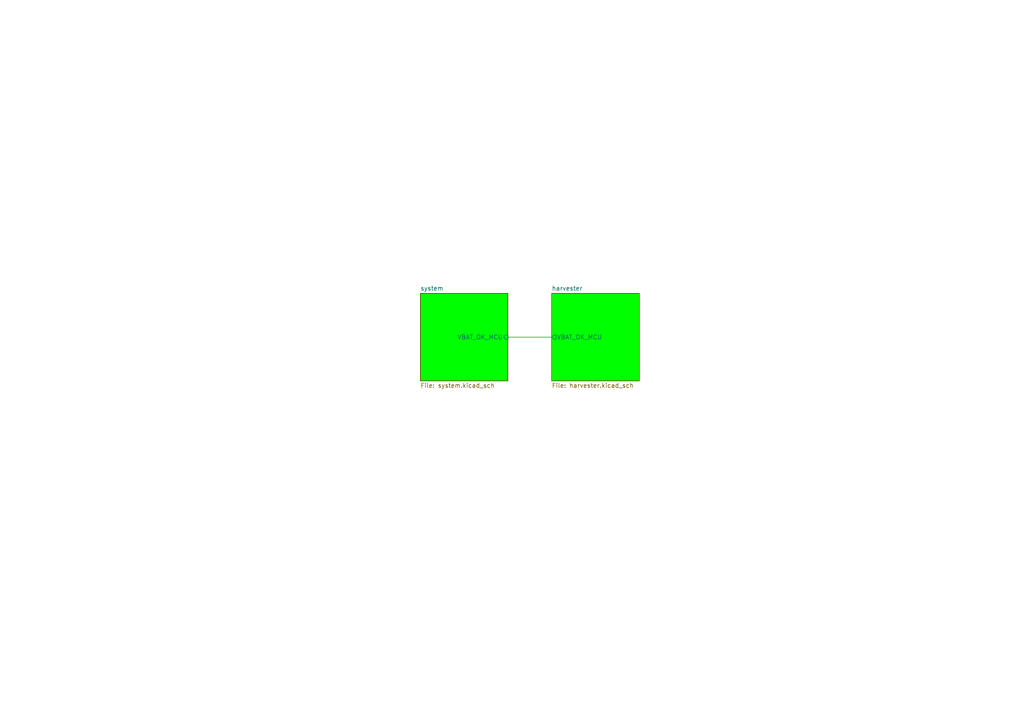
<source format=kicad_sch>
(kicad_sch
	(version 20250114)
	(generator "eeschema")
	(generator_version "9.0")
	(uuid "8ec7ca4f-74cd-48e1-b45d-8806dcda5073")
	(paper "A4")
	(title_block
		(title "Xihe")
		(date "2025-08-29")
		(rev "0.1")
	)
	(lib_symbols)
	(wire
		(pts
			(xy 147.32 97.79) (xy 160.02 97.79)
		)
		(stroke
			(width 0)
			(type default)
		)
		(uuid "0b1ad677-5fba-4b29-8619-8f99bb1e70f0")
	)
	(sheet
		(at 121.92 85.09)
		(size 25.4 25.4)
		(exclude_from_sim no)
		(in_bom yes)
		(on_board yes)
		(dnp no)
		(fields_autoplaced yes)
		(stroke
			(width 0.1524)
			(type solid)
		)
		(fill
			(color 0 255 0 1.0000)
		)
		(uuid "97f9fe75-9be2-4373-a3aa-3fd324a1345e")
		(property "Sheetname" "system"
			(at 121.92 84.3784 0)
			(effects
				(font
					(size 1.27 1.27)
				)
				(justify left bottom)
			)
		)
		(property "Sheetfile" "system.kicad_sch"
			(at 121.92 111.0746 0)
			(effects
				(font
					(size 1.27 1.27)
				)
				(justify left top)
			)
		)
		(pin "VBAT_OK_MCU" input
			(at 147.32 97.79 0)
			(uuid "99846059-f318-412d-b966-98e150d7bee4")
			(effects
				(font
					(size 1.27 1.27)
				)
				(justify right)
			)
		)
		(instances
			(project "core"
				(path "/8ec7ca4f-74cd-48e1-b45d-8806dcda5073"
					(page "2")
				)
			)
		)
	)
	(sheet
		(at 160.02 85.09)
		(size 25.4 25.4)
		(exclude_from_sim no)
		(in_bom yes)
		(on_board yes)
		(dnp no)
		(fields_autoplaced yes)
		(stroke
			(width 0.1524)
			(type solid)
		)
		(fill
			(color 0 255 0 1.0000)
		)
		(uuid "cd3a3636-14ab-4325-9b35-d239f2fcdaad")
		(property "Sheetname" "harvester"
			(at 160.02 84.3784 0)
			(effects
				(font
					(size 1.27 1.27)
				)
				(justify left bottom)
			)
		)
		(property "Sheetfile" "harvester.kicad_sch"
			(at 160.02 111.0746 0)
			(effects
				(font
					(size 1.27 1.27)
				)
				(justify left top)
			)
		)
		(pin "VBAT_OK_MCU" output
			(at 160.02 97.79 180)
			(uuid "3d1e966c-7c91-48ce-8b4b-04d03359894d")
			(effects
				(font
					(size 1.27 1.27)
				)
				(justify left)
			)
		)
		(instances
			(project "core"
				(path "/8ec7ca4f-74cd-48e1-b45d-8806dcda5073"
					(page "3")
				)
			)
		)
	)
	(sheet_instances
		(path "/"
			(page "1")
		)
	)
	(embedded_fonts no)
)

</source>
